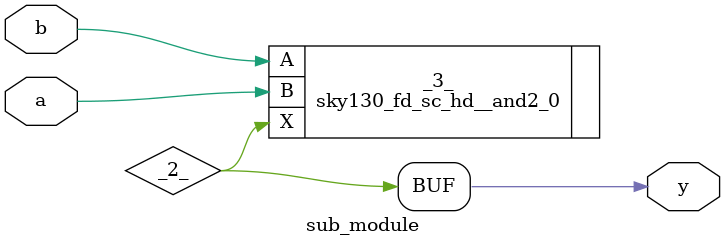
<source format=v>
/* Generated by Yosys 0.9 (git sha1 1979e0b) */

module multiple_module_opt2(a, b, c, d, y);
  input a;
  input b;
  input c;
  input d;
  wire n1;
  wire n2;
  wire n3;
  output y;
  sub_module U1 (
    .a(a),
    .b(1'h0),
    .y(n1)
  );
  sub_module U2 (
    .a(b),
    .b(c),
    .y(n2)
  );
  sub_module U3 (
    .a(n2),
    .b(d),
    .y(n3)
  );
  sub_module U4 (
    .a(n3),
    .b(n1),
    .y(y)
  );
endmodule

module sub_module(a, b, y);
  wire _0_;
  wire _1_;
  wire _2_;
  input a;
  input b;
  output y;
  sky130_fd_sc_hd__and2_0 _3_ (
    .A(_1_),
    .B(_0_),
    .X(_2_)
  );
  assign _1_ = b;
  assign _0_ = a;
  assign y = _2_;
endmodule

</source>
